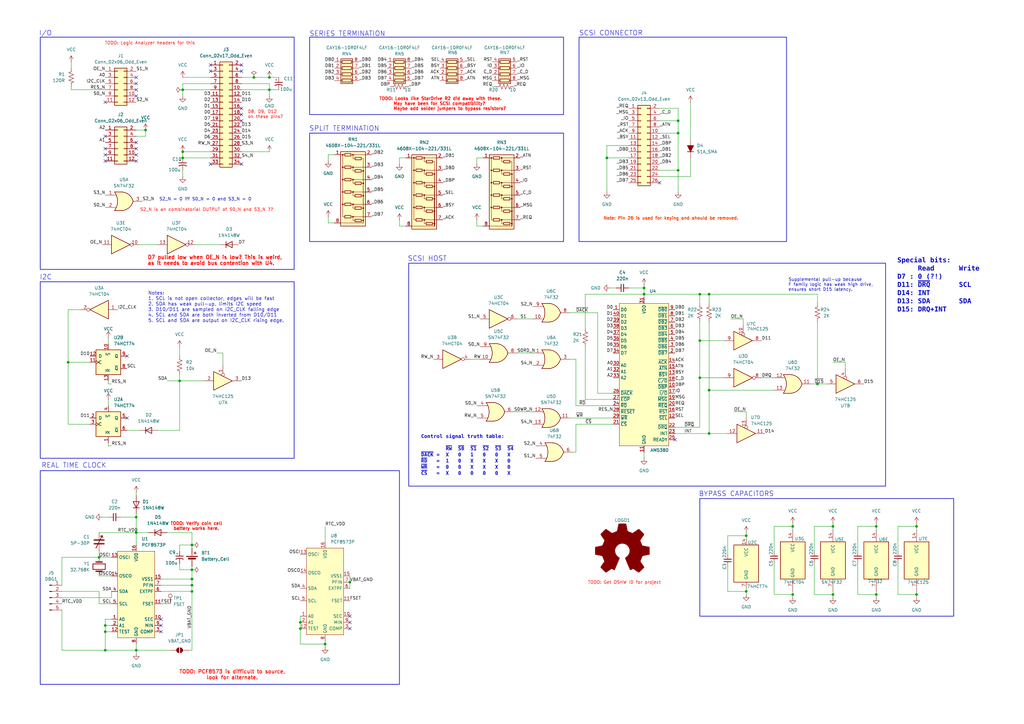
<source format=kicad_sch>
(kicad_sch (version 20231120) (generator "eeschema") (generator_version "8.0")
  (paper "A3")
  (title_block (title "StarDrive R2+") (date "2025-11-05") (rev "EV2") (comment 1 "Design Lead: Joe Burks") (comment 2 "Based on StarDrive R2 by Chris \"Crispy\" Brenner"))
  (junction (at 359.41 215.9))
  (junction (at 55.88 266.7))
  (junction (at 375.92 243.84))
  (junction (at 123.19 255.27))
  (junction (at 375.92 215.9))
  (junction (at 143.51 238.76))
  (junction (at 287.02 139.7))
  (junction (at 110.49 31.75))
  (junction (at 287.02 120.65))
  (junction (at 27.94 148.59))
  (junction (at 78.74 240.03))
  (junction (at 43.18 266.7))
  (junction (at 290.83 177.8))
  (junction (at 325.12 243.84))
  (junction (at 43.18 256.54))
  (junction (at 287.02 154.94))
  (junction (at 359.41 243.84))
  (junction (at 341.63 243.84))
  (junction (at 248.92 64.77))
  (junction (at 278.13 54.61))
  (junction (at 133.35 264.16))
  (junction (at 290.83 160.02))
  (junction (at 110.49 36.83))
  (junction (at 78.74 237.49))
  (junction (at 123.19 257.81))
  (junction (at 55.88 218.44))
  (junction (at 78.74 233.68))
  (junction (at 78.74 223.52))
  (junction (at 55.88 212.09))
  (junction (at 325.12 215.9))
  (junction (at 335.28 157.48))
  (junction (at 306.07 242.57))
  (junction (at 59.69 53.34))
  (junction (at 74.93 62.23))
  (junction (at 306.07 219.71))
  (junction (at 40.64 228.6))
  (junction (at 74.93 64.77))
  (junction (at 278.13 49.53))
  (junction (at 43.18 259.08))
  (junction (at 104.14 31.75))
  (junction (at 278.13 69.85))
  (junction (at 341.63 215.9))
  (junction (at 264.16 118.11))
  (junction (at 74.93 36.83))
  (junction (at 290.83 120.65))
  (junction (at 73.66 156.21))
  (junction (at 264.16 120.65))
  (junction (at 78.74 242.57))
  (no_connect (at 66.04 256.54))
  (no_connect (at 270.51 74.93))
  (no_connect (at 99.06 46.99))
  (no_connect (at 99.06 49.53))
  (no_connect (at 55.88 63.5))
  (no_connect (at 55.88 66.04))
  (no_connect (at 99.06 67.31))
  (no_connect (at 66.04 259.08))
  (no_connect (at 43.18 55.88))
  (no_connect (at 55.88 34.29))
  (no_connect (at 99.06 26.67))
  (no_connect (at 143.51 252.73))
  (no_connect (at 43.18 66.04))
  (no_connect (at 99.06 44.45))
  (no_connect (at 86.36 67.31))
  (no_connect (at 99.06 29.21))
  (no_connect (at 86.36 26.67))
  (no_connect (at 143.51 255.27))
  (no_connect (at 52.07 171.45))
  (no_connect (at 55.88 58.42))
  (no_connect (at 43.18 41.91))
  (no_connect (at 143.51 257.81))
  (no_connect (at 55.88 60.96))
  (no_connect (at 55.88 39.37))
  (no_connect (at 43.18 63.5))
  (no_connect (at 86.36 29.21))
  (no_connect (at 55.88 31.75))
  (no_connect (at 66.04 254))
  (no_connect (at 276.86 180.34))
  (no_connect (at 52.07 146.05))
  (no_connect (at 43.18 60.96))
  (no_connect (at 55.88 36.83))
  (wire (pts (xy 270.51 44.45) (xy 278.13 44.45)))
  (wire (pts (xy 257.81 59.69) (xy 248.92 59.69)))
  (wire (pts (xy 99.06 31.75) (xy 104.14 31.75)))
  (wire (pts (xy 290.83 124.46) (xy 290.83 120.65)))
  (wire (pts (xy 334.01 215.9) (xy 334.01 226.06)))
  (wire (pts (xy 55.88 55.88) (xy 59.69 55.88)))
  (wire (pts (xy 73.66 233.68) (xy 78.74 233.68)))
  (wire (pts (xy 251.46 163.83) (xy 240.03 163.83)))
  (wire (pts (xy 290.83 132.08) (xy 290.83 160.02)))
  (wire (pts (xy 375.92 215.9) (xy 368.3 215.9)))
  (wire (pts (xy 335.28 120.65) (xy 335.28 124.46)))
  (wire (pts (xy 236.22 185.42) (xy 234.95 185.42)))
  (wire (pts (xy 134.62 88.9) (xy 134.62 91.44)))
  (wire (pts (xy 332.74 157.48) (xy 335.28 157.48)))
  (wire (pts (xy 306.07 242.57) (xy 298.45 242.57)))
  (wire (pts (xy 264.16 185.42) (xy 264.16 187.96)))
  (wire (pts (xy 27.94 148.59) (xy 36.83 148.59)))
  (wire (pts (xy 325.12 214.63) (xy 325.12 215.9)))
  (wire (pts (xy 78.74 240.03) (xy 78.74 237.49)))
  (wire (pts (xy 44.45 156.21) (xy 44.45 157.48)))
  (wire (pts (xy 91.44 149.86) (xy 91.44 144.78)))
  (wire (pts (xy 212.09 144.78) (xy 218.44 144.78)))
  (wire (pts (xy 86.36 64.77) (xy 74.93 64.77)))
  (wire (pts (xy 110.49 36.83) (xy 114.3 36.83)))
  (wire (pts (xy 278.13 49.53) (xy 278.13 54.61)))
  (wire (pts (xy 66.04 242.57) (xy 78.74 242.57)))
  (wire (pts (xy 201.93 35.56) (xy 203.2 35.56)))
  (wire (pts (xy 133.35 264.16) (xy 133.35 265.43)))
  (wire (pts (xy 233.68 171.45) (xy 251.46 171.45)))
  (wire (pts (xy 123.19 255.27) (xy 123.19 257.81)))
  (wire (pts (xy 55.88 266.7) (xy 55.88 267.97)))
  (wire (pts (xy 110.49 36.83) (xy 110.49 39.37)))
  (wire (pts (xy 73.66 223.52) (xy 78.74 223.52)))
  (wire (pts (xy 40.64 247.65) (xy 45.72 247.65)))
  (wire (pts (xy 195.58 92.71) (xy 198.12 92.71)))
  (wire (pts (xy 375.92 215.9) (xy 375.92 217.17)))
  (wire (pts (xy 290.83 120.65) (xy 287.02 120.65)))
  (wire (pts (xy 73.66 226.06) (xy 73.66 223.52)))
  (wire (pts (xy 25.4 242.57) (xy 40.64 242.57)))
  (wire (pts (xy 341.63 148.59) (xy 346.71 148.59)))
  (wire (pts (xy 78.74 242.57) (xy 78.74 266.7)))
  (wire (pts (xy 359.41 214.63) (xy 359.41 215.9)))
  (wire (pts (xy 270.51 49.53) (xy 278.13 49.53)))
  (wire (pts (xy 99.06 34.29) (xy 110.49 34.29)))
  (wire (pts (xy 25.4 245.11) (xy 45.72 245.11)))
  (wire (pts (xy 55.88 218.44) (xy 55.88 223.52)))
  (wire (pts (xy 49.53 212.09) (xy 55.88 212.09)))
  (wire (pts (xy 290.83 160.02) (xy 290.83 177.8)))
  (wire (pts (xy 250.19 118.11) (xy 252.73 118.11)))
  (wire (pts (xy 40.64 236.22) (xy 45.72 236.22)))
  (wire (pts (xy 66.04 247.65) (xy 69.85 247.65)))
  (wire (pts (xy 68.58 218.44) (xy 78.74 218.44)))
  (wire (pts (xy 134.62 91.44) (xy 137.16 91.44)))
  (wire (pts (xy 368.3 231.14) (xy 368.3 243.84)))
  (wire (pts (xy 210.82 168.91) (xy 218.44 168.91)))
  (wire (pts (xy 74.93 62.23) (xy 86.36 62.23)))
  (wire (pts (xy 325.12 215.9) (xy 325.12 217.17)))
  (wire (pts (xy 375.92 214.63) (xy 375.92 215.9)))
  (wire (pts (xy 123.19 264.16) (xy 133.35 264.16)))
  (wire (pts (xy 298.45 219.71) (xy 306.07 219.71)))
  (wire (pts (xy 341.63 243.84) (xy 334.01 243.84)))
  (wire (pts (xy 78.74 224.79) (xy 78.74 223.52)))
  (wire (pts (xy 299.72 130.81) (xy 304.8 130.81)))
  (wire (pts (xy 25.4 250.19) (xy 25.4 266.7)))
  (wire (pts (xy 55.88 210.82) (xy 55.88 212.09)))
  (wire (pts (xy 74.93 31.75) (xy 86.36 31.75)))
  (wire (pts (xy 143.51 236.22) (xy 143.51 238.76)))
  (wire (pts (xy 123.19 252.73) (xy 123.19 255.27)))
  (wire (pts (xy 298.45 227.33) (xy 298.45 219.71)))
  (wire (pts (xy 43.18 266.7) (xy 43.18 259.08)))
  (wire (pts (xy 40.64 228.6) (xy 45.72 228.6)))
  (wire (pts (xy 74.93 34.29) (xy 74.93 36.83)))
  (wire (pts (xy 270.51 72.39) (xy 283.21 72.39)))
  (wire (pts (xy 110.49 31.75) (xy 114.3 31.75)))
  (wire (pts (xy 264.16 116.84) (xy 264.16 118.11)))
  (wire (pts (xy 287.02 120.65) (xy 264.16 120.65)))
  (wire (pts (xy 257.81 118.11) (xy 264.16 118.11)))
  (wire (pts (xy 351.79 215.9) (xy 351.79 226.06)))
  (wire (pts (xy 29.21 36.83) (xy 43.18 36.83)))
  (wire (pts (xy 335.28 157.48) (xy 339.09 157.48)))
  (wire (pts (xy 248.92 59.69) (xy 248.92 64.77)))
  (wire (pts (xy 359.41 243.84) (xy 359.41 245.11)))
  (wire (pts (xy 359.41 215.9) (xy 359.41 217.17)))
  (wire (pts (xy 278.13 54.61) (xy 278.13 69.85)))
  (wire (pts (xy 359.41 243.84) (xy 351.79 243.84)))
  (wire (pts (xy 40.64 226.06) (xy 40.64 228.6)))
  (wire (pts (xy 341.63 242.57) (xy 341.63 243.84)))
  (wire (pts (xy 64.77 176.53) (xy 73.66 176.53)))
  (wire (pts (xy 74.93 36.83) (xy 74.93 39.37)))
  (wire (pts (xy 248.92 64.77) (xy 248.92 78.74)))
  (wire (pts (xy 55.88 264.16) (xy 55.88 266.7)))
  (wire (pts (xy 351.79 231.14) (xy 351.79 243.84)))
  (wire (pts (xy 110.49 36.83) (xy 99.06 36.83)))
  (wire (pts (xy 66.04 240.03) (xy 78.74 240.03)))
  (wire (pts (xy 287.02 154.94) (xy 297.18 154.94)))
  (wire (pts (xy 248.92 64.77) (xy 257.81 64.77)))
  (wire (pts (xy 133.35 262.89) (xy 133.35 264.16)))
  (wire (pts (xy 59.69 55.88) (xy 59.69 53.34)))
  (wire (pts (xy 110.49 34.29) (xy 110.49 36.83)))
  (wire (pts (xy 306.07 219.71) (xy 306.07 220.98)))
  (wire (pts (xy 55.88 218.44) (xy 60.96 218.44)))
  (wire (pts (xy 304.8 133.35) (xy 304.8 130.81)))
  (wire (pts (xy 78.74 233.68) (xy 78.74 232.41)))
  (wire (pts (xy 29.21 36.83) (xy 29.21 35.56)))
  (wire (pts (xy 195.58 64.77) (xy 195.58 67.31)))
  (wire (pts (xy 245.11 128.27) (xy 233.68 128.27)))
  (wire (pts (xy 287.02 139.7) (xy 297.18 139.7)))
  (wire (pts (xy 45.72 245.11) (xy 45.72 242.57)))
  (wire (pts (xy 287.02 124.46) (xy 287.02 120.65)))
  (wire (pts (xy 73.66 142.24) (xy 73.66 146.05)))
  (wire (pts (xy 283.21 64.77) (xy 283.21 72.39)))
  (wire (pts (xy 240.03 134.62) (xy 240.03 120.65)))
  (wire (pts (xy 325.12 243.84) (xy 317.5 243.84)))
  (wire (pts (xy 240.03 142.24) (xy 240.03 163.83)))
  (wire (pts (xy 325.12 242.57) (xy 325.12 243.84)))
  (wire (pts (xy 57.15 100.33) (xy 64.77 100.33)))
  (wire (pts (xy 78.74 242.57) (xy 78.74 240.03)))
  (wire (pts (xy 306.07 218.44) (xy 306.07 219.71)))
  (wire (pts (xy 375.92 242.57) (xy 375.92 243.84)))
  (wire (pts (xy 99.06 62.23) (xy 110.49 62.23)))
  (wire (pts (xy 41.91 212.09) (xy 44.45 212.09)))
  (wire (pts (xy 73.66 156.21) (xy 83.82 156.21)))
  (wire (pts (xy 44.45 163.83) (xy 44.45 166.37)))
  (wire (pts (xy 298.45 242.57) (xy 298.45 232.41)))
  (wire (pts (xy 193.04 147.32) (xy 196.85 147.32)))
  (wire (pts (xy 276.86 177.8) (xy 290.83 177.8)))
  (wire (pts (xy 212.09 130.81) (xy 218.44 130.81)))
  (wire (pts (xy 312.42 154.94) (xy 317.5 154.94)))
  (wire (pts (xy 276.86 175.26) (xy 287.02 175.26)))
  (wire (pts (xy 198.12 64.77) (xy 195.58 64.77)))
  (wire (pts (xy 287.02 132.08) (xy 287.02 139.7)))
  (wire (pts (xy 341.63 243.84) (xy 341.63 245.11)))
  (wire (pts (xy 245.11 161.29) (xy 245.11 128.27)))
  (wire (pts (xy 163.83 92.71) (xy 166.37 92.71)))
  (wire (pts (xy 73.66 156.21) (xy 73.66 176.53)))
  (wire (pts (xy 78.74 223.52) (xy 78.74 218.44)))
  (wire (pts (xy 359.41 242.57) (xy 359.41 243.84)))
  (wire (pts (xy 74.93 36.83) (xy 86.36 36.83)))
  (wire (pts (xy 236.22 173.99) (xy 236.22 185.42)))
  (wire (pts (xy 88.9 144.78) (xy 91.44 144.78)))
  (wire (pts (xy 264.16 118.11) (xy 264.16 120.65)))
  (wire (pts (xy 300.99 168.91) (xy 306.07 168.91)))
  (wire (pts (xy 251.46 166.37) (xy 236.22 166.37)))
  (wire (pts (xy 25.4 266.7) (xy 43.18 266.7)))
  (wire (pts (xy 78.74 237.49) (xy 78.74 233.68)))
  (wire (pts (xy 290.83 120.65) (xy 335.28 120.65)))
  (wire (pts (xy 27.94 127) (xy 27.94 148.59)))
  (wire (pts (xy 335.28 132.08) (xy 335.28 157.48)))
  (wire (pts (xy 80.01 100.33) (xy 90.17 100.33)))
  (wire (pts (xy 368.3 215.9) (xy 368.3 226.06)))
  (wire (pts (xy 123.19 257.81) (xy 123.19 264.16)))
  (wire (pts (xy 359.41 215.9) (xy 351.79 215.9)))
  (wire (pts (xy 43.18 256.54) (xy 43.18 254)))
  (wire (pts (xy 68.58 156.21) (xy 73.66 156.21)))
  (wire (pts (xy 375.92 243.84) (xy 368.3 243.84)))
  (wire (pts (xy 55.88 266.7) (xy 43.18 266.7)))
  (wire (pts (xy 73.66 153.67) (xy 73.66 156.21)))
  (wire (pts (xy 278.13 69.85) (xy 278.13 78.74)))
  (wire (pts (xy 251.46 161.29) (xy 245.11 161.29)))
  (wire (pts (xy 55.88 212.09) (xy 55.88 218.44)))
  (wire (pts (xy 290.83 160.02) (xy 317.5 160.02)))
  (wire (pts (xy 44.45 138.43) (xy 44.45 140.97)))
  (wire (pts (xy 55.88 53.34) (xy 59.69 53.34)))
  (wire (pts (xy 44.45 157.48) (xy 45.72 157.48)))
  (wire (pts (xy 341.63 214.63) (xy 341.63 215.9)))
  (wire (pts (xy 55.88 266.7) (xy 69.85 266.7)))
  (wire (pts (xy 44.45 182.88) (xy 45.72 182.88)))
  (wire (pts (xy 325.12 215.9) (xy 317.5 215.9)))
  (wire (pts (xy 133.35 215.9) (xy 133.35 222.25)))
  (wire (pts (xy 40.64 218.44) (xy 55.88 218.44)))
  (wire (pts (xy 78.74 266.7) (xy 77.47 266.7)))
  (wire (pts (xy 287.02 154.94) (xy 287.02 175.26)))
  (wire (pts (xy 44.45 181.61) (xy 44.45 182.88)))
  (wire (pts (xy 317.5 231.14) (xy 317.5 243.84)))
  (wire (pts (xy 43.18 254) (xy 45.72 254)))
  (wire (pts (xy 104.14 31.75) (xy 110.49 31.75)))
  (wire (pts (xy 86.36 34.29) (xy 74.93 34.29)))
  (wire (pts (xy 341.63 215.9) (xy 341.63 217.17)))
  (wire (pts (xy 74.93 69.85) (xy 74.93 72.39)))
  (wire (pts (xy 40.64 242.57) (xy 40.64 247.65)))
  (wire (pts (xy 306.07 242.57) (xy 306.07 243.84)))
  (wire (pts (xy 346.71 151.13) (xy 346.71 148.59)))
  (wire (pts (xy 143.51 238.76) (xy 143.51 241.3)))
  (wire (pts (xy 236.22 147.32) (xy 233.68 147.32)))
  (wire (pts (xy 195.58 90.17) (xy 195.58 92.71)))
  (wire (pts (xy 33.02 127) (xy 27.94 127)))
  (wire (pts (xy 55.88 201.93) (xy 55.88 203.2)))
  (wire (pts (xy 43.18 259.08) (xy 45.72 259.08)))
  (wire (pts (xy 74.93 64.77) (xy 74.93 62.23)))
  (wire (pts (xy 134.62 63.5) (xy 134.62 66.04)))
  (wire (pts (xy 341.63 215.9) (xy 334.01 215.9)))
  (wire (pts (xy 73.66 231.14) (xy 73.66 233.68)))
  (wire (pts (xy 66.04 237.49) (xy 78.74 237.49)))
  (wire (pts (xy 43.18 259.08) (xy 43.18 256.54)))
  (wire (pts (xy 270.51 54.61) (xy 278.13 54.61)))
  (wire (pts (xy 264.16 120.65) (xy 264.16 121.92)))
  (wire (pts (xy 166.37 64.77) (xy 163.83 64.77)))
  (wire (pts (xy 306.07 241.3) (xy 306.07 242.57)))
  (wire (pts (xy 40.64 228.6) (xy 25.4 228.6)))
  (wire (pts (xy 236.22 166.37) (xy 236.22 147.32)))
  (wire (pts (xy 163.83 90.17) (xy 163.83 92.71)))
  (wire (pts (xy 29.21 25.4) (xy 29.21 27.94)))
  (wire (pts (xy 27.94 173.99) (xy 27.94 148.59)))
  (wire (pts (xy 137.16 63.5) (xy 134.62 63.5)))
  (wire (pts (xy 52.07 176.53) (xy 57.15 176.53)))
  (wire (pts (xy 270.51 69.85) (xy 278.13 69.85)))
  (wire (pts (xy 283.21 41.91) (xy 283.21 57.15)))
  (wire (pts (xy 325.12 243.84) (xy 325.12 245.11)))
  (wire (pts (xy 36.83 173.99) (xy 27.94 173.99)))
  (wire (pts (xy 163.83 64.77) (xy 163.83 67.31)))
  (wire (pts (xy 240.03 120.65) (xy 264.16 120.65)))
  (wire (pts (xy 278.13 44.45) (xy 278.13 49.53)))
  (wire (pts (xy 317.5 215.9) (xy 317.5 226.06)))
  (wire (pts (xy 290.83 177.8) (xy 298.45 177.8)))
  (wire (pts (xy 287.02 139.7) (xy 287.02 154.94)))
  (wire (pts (xy 43.18 256.54) (xy 45.72 256.54)))
  (wire (pts (xy 25.4 228.6) (xy 25.4 240.03)))
  (wire (pts (xy 334.01 231.14) (xy 334.01 243.84)))
  (wire (pts (xy 375.92 243.84) (xy 375.92 245.11)))
  (wire (pts (xy 306.07 171.45) (xy 306.07 168.91)))
  (wire (pts (xy 251.46 173.99) (xy 236.22 173.99)))
  (rectangle (start 127 54.61) (end 231.14 99.06) (stroke (width 0.25)))
  (rectangle (start 16.51 15.24) (end 120.65 110.49) (stroke (width 0.25)))
  (rectangle (start 287.02 204.47) (end 391.16 252.73) (stroke (width 0.25)))
  (rectangle (start 16.51 193.04) (end 163.83 280.67) (stroke (width 0.25)))
  (rectangle (start 237.49 15.24) (end 322.58 99.06) (stroke (width 0.25)))
  (rectangle (start 167.64 107.95) (end 363.22 199.39) (stroke (width 0.25)))
  (rectangle (start 16.51 115.57) (end 120.65 187.96) (stroke (width 0.25)))
  (rectangle (start 127 15.24) (end 231.14 46.99) (stroke (width 0.25)))
  (text "TODO: Verify coin cell\nbattery works here." (at 80.518 215.9 0) (effects (font (size 1.27 1.27) (thickness 0.254) (bold yes))))
  (text "I/O" (at 16.002 13.716 0) (effects (font (size 2 2)) (justify left)))
  (text "TODO: Get OSHW ID for project" (at 241.046 239.014 0) (effects (font (size 1.27 1.27)) (justify left)))
  (text "D7 pulled low when OE_N is low? This is weird,\nas it needs to avoid bus contention with U4." (at 60.452 106.934 0) (effects (font (size 1.5 1.5) (thickness 0.3) (bold yes)) (justify left)))
  (text "Special bits:\n     Read      Write\nD7 : 0 (?!)\nD11: ~{DRQ}       SCL\nD14: INT\nD13: SDA       SDA\nD15: DRQ+INT" (at 368.046 117.602 0) (effects (font (size 2 2) (thickness 0.4) (bold yes)) (justify left)))
  (text "BYPASS CAPACITORS" (at 302.006 202.692 0) (effects (font (size 2 2))))
  (text "S2_N = 0 iff S0_N = 0 and S3_N = 0" (at 65.278 81.788 0) (effects (font (size 1.27 1.27)) (justify left)))
  (text "REAL TIME CLOCK" (at 17.018 191.008 0) (effects (font (size 2 2)) (justify left)))
  (text "SCSI HOST" (at 175.26 106.172 0) (effects (font (size 2 2))))
  (text "TODO: Logic Analyzer headers for this" (at 42.926 17.78 0) (effects (font (size 1.27 1.27)) (justify left)))
  (text "Supplemental pull-up because\nF family logic has weak high drive,\nensures short D15 latency." (at 323.342 116.84 0) (effects (font (size 1.27 1.27)) (justify left)))
  (text "D8, D9, D12\non these pins?" (at 101.6 46.99 0) (effects (font (size 1.27 1.27)) (justify left)))
  (text "I2C" (at 16.256 113.792 0) (effects (font (size 2 2)) (justify left)))
  (text "TODO: PCF8573 is difficult to source,\nlook for alternate." (at 95.25 276.86 0) (effects (font (size 1.5 1.5) (thickness 0.254) (bold yes))))
  (text "Control signal truth table:\n\n        ~{RW}  ~{S0}  ~{S1}  ~{S2}  ~{S3}  ~{S4}\n~{DACK} =  X   0   1   0   0   X\n~{RD}   =  1   0   X   X   X   0\n~{WR}   =  0   0   X   X   X   0\n~{CS}   =  X   0   0   0   0   X" (at 172.72 187.198 0) (effects (font (size 1.5 1.5) (thickness 0.3) (bold yes)) (justify left)))
  (text "SCSI CONNECTOR" (at 237.49 13.716 0) (effects (font (size 2 2)) (justify left)))
  (text "SPLIT TERMINATION" (at 141.224 52.832 0) (effects (font (size 2 2))))
  (text "Note: Pin 26 is used for keying and should be removed." (at 247.396 89.662 0) (effects (font (size 1.27 1.27) (thickness 0.254) (bold yes)) (justify left)))
  (text "SERIES TERMINATION" (at 142.494 13.97 0) (effects (font (size 2 2))))
  (text "TODO: Looks like StarDrive R2 did away with these.\n      May have been for SCSI compatibility?\n      Maybe add solder jumpers to bypass resistors?" (at 155.448 42.672 0) (effects (font (size 1.27 1.27) (thickness 0.254) (bold yes)) (justify left)))
  (text "Notes:\n1. SCL is not open collector, edges will be fast\n2. SDA has weak pull-up, limits I2C speed\n3. D10/D11 are sampled on I2C_CLK falling edge\n4. SCL and SDA are both inverted from D10/D11\n5. SCL and SDA are output on I2C_CLK rising edge." (at 60.706 125.984 0) (effects (font (size 1.4 1.4)) (justify left)))
  (text "S2_N is an combinatorial OUTPUT of S0_N and S3_N ??" (at 57.404 86.106 0) (effects (font (size 1.27 1.27)) (justify left)))
  (label "D7" (at 97.79 100.33 0))
  (label "_RST" (at 257.81 52.07 180))
  (label "S2_N" (at 218.44 125.73 180))
  (label "S1_N" (at 219.71 187.96 180))
  (label "RST" (at 276.86 168.91 0))
  (label "_IO" (at 212.09 27.94 0))
  (label "A2" (at 43.18 53.34 180))
  (label "_RST" (at 213.36 69.85 0))
  (label "_DB6" (at 257.81 72.39 180))
  (label "D0" (at 251.46 127 180))
  (label "D14" (at 99.06 54.61 0))
  (label "SCL" (at 123.19 246.38 180))
  (label "_DB5" (at 168.91 27.94 0))
  (label "_MSG" (at 257.81 46.99 180))
  (label "_IO" (at 213.36 74.93 0))
  (label "OE_N" (at 300.99 168.91 0))
  (label "S1_N" (at 196.85 130.81 180))
  (label "_C_D" (at 212.09 30.48 0))
  (label "DB2" (at 276.86 132.08 0))
  (label "IO" (at 276.86 161.29 0))
  (label "_DB1" (at 181.61 64.77 0))
  (label "_BSY" (at 181.61 85.09 0))
  (label "_DB0" (at 181.61 69.85 0))
  (label "D10" (at 99.06 41.91 0))
  (label "RTC_VDD" (at 48.26 218.44 0))
  (label "S3_N" (at 43.18 80.01 180))
  (label "_REQ" (at 257.81 44.45 180))
  (label "D4" (at 86.36 54.61 180))
  (label "_DB1" (at 147.32 27.94 0))
  (label "~{CS}" (at 240.03 173.99 0))
  (label "SDA" (at 45.72 242.57 180))
  (label "_DB0" (at 147.32 25.4 0))
  (label "DB4" (at 158.75 25.4 180))
  (label "_DB2" (at 270.51 64.77 0))
  (label "OE_N" (at 41.91 100.33 180))
  (label "DB3" (at 137.16 33.02 180))
  (label "S3_N" (at 99.06 59.69 0))
  (label "_SEL" (at 181.61 80.01 0))
  (label "RTC_VDD" (at 133.35 215.9 0))
  (label "_DB5" (at 257.81 69.85 180))
  (label "I2C_CLK" (at 43.18 34.29 180))
  (label "DB4" (at 276.86 137.16 0))
  (label "D5" (at 251.46 139.7 180))
  (label "D5" (at 86.36 52.07 180))
  (label "S4_N" (at 99.06 64.77 0))
  (label "_RST" (at 212.09 25.4 0))
  (label "_DB3" (at 257.81 67.31 180))
  (label "FSET" (at 66.04 247.65 0))
  (label "_DB7" (at 257.81 74.93 180))
  (label "_C_D" (at 213.36 80.01 0))
  (label "_REQ" (at 213.36 90.17 0))
  (label "SEL" (at 180.34 25.4 180))
  (label "D15" (at 99.06 57.15 0))
  (label "_DB2" (at 147.32 30.48 0))
  (label "RW_N" (at 177.8 147.32 180))
  (label "D4" (at 251.46 137.16 180))
  (label "_DB2" (at 152.4 63.5 0))
  (label "I2C_CLK" (at 48.26 127 0))
  (label "DB7" (at 158.75 33.02 180))
  (label "D7" (at 251.46 144.78 180))
  (label "D7" (at 86.36 49.53 180))
  (label "RW" (at 194.31 147.32 0))
  (label "_DB7" (at 168.91 33.02 0))
  (label "S1" (at 213.36 130.81 0))
  (label "OSCO" (at 123.19 234.95 180))
  (label "ACK" (at 180.34 30.48 180))
  (label "_BSY" (at 257.81 57.15 180))
  (label "A0" (at 43.18 31.75 180))
  (label "A1" (at 43.18 58.42 180))
  (label "DB0" (at 276.86 127 0))
  (label "DB3" (at 276.86 134.62 0))
  (label "S0_N" (at 196.85 142.24 180))
  (label "D6" (at 251.46 142.24 180))
  (label "_ACK" (at 257.81 54.61 180))
  (label "ACK" (at 276.86 148.59 0))
  (label "_DBP" (at 167.64 35.56 0))
  (label "SEL" (at 276.86 171.45 0))
  (label "OE_N" (at 299.72 130.81 0))
  (label "OSCI" (at 40.64 228.6 0))
  (label "BSY" (at 276.86 153.67 0))
  (label "RES_N" (at 45.72 182.88 0))
  (label "OE_N" (at 43.18 29.21 180))
  (label "A1" (at 251.46 152.4 180))
  (label "REQ" (at 276.86 166.37 0))
  (label "S4_N" (at 218.44 149.86 180))
  (label "IO" (at 201.93 27.94 180))
  (label "ATN" (at 180.34 33.02 180))
  (label "DRQ" (at 312.42 154.94 0))
  (label "SDA" (at 68.58 156.21 180))
  (label "MSG" (at 276.86 163.83 0))
  (label "D3" (at 86.36 39.37 180))
  (label "D15" (at 354.33 157.48 0))
  (label "D11" (at 36.83 171.45 180))
  (label "D11" (at 99.06 39.37 0))
  (label "_DB4" (at 168.91 25.4 0))
  (label "A2" (at 251.46 154.94 180))
  (label "~{DACK}" (at 236.22 128.27 0))
  (label "_DB6" (at 152.4 83.82 0))
  (label "_ACK" (at 190.5 30.48 0))
  (label "~{WR}" (at 236.22 171.45 0))
  (label "D2" (at 251.46 132.08 180))
  (label "S0_N" (at 43.18 39.37 180) (effects (font (thickness 0.1588))))
  (label "OE_N" (at 88.9 144.78 180))
  (label "D1" (at 86.36 44.45 180))
  (label "_ATN" (at 213.36 64.77 0))
  (label "_BSY" (at 190.5 27.94 0))
  (label "D3" (at 251.46 134.62 180))
  (label "ATN" (at 276.86 151.13 0))
  (label "S4_N" (at 218.44 173.99 180))
  (label "RW_N" (at 195.58 171.45 180))
  (label "VBAT_GND" (at 143.51 238.76 0))
  (label "S0_N" (at 43.18 85.09 180))
  (label "_DB3" (at 152.4 68.58 0))
  (label "DB1" (at 276.86 129.54 0))
  (label "_C_D" (at 270.51 46.99 0))
  (label "OSCI" (at 123.19 227.33 180))
  (label "BSY" (at 180.34 27.94 180))
  (label "RES_N" (at 45.72 157.48 0))
  (label "S0WR_N" (at 210.82 168.91 0))
  (label "~{DRQ}" (at 280.67 175.26 0))
  (label "SCL" (at 45.72 247.65 180))
  (label "_DB4" (at 270.51 67.31 0))
  (label "S2_N" (at 219.71 182.88 180))
  (label "~{RD}" (at 237.49 166.37 0))
  (label "RST" (at 201.93 25.4 180))
  (label "RES_N" (at 43.18 36.83 180))
  (label "DB7" (at 276.86 144.78 0))
  (label "_DBP" (at 270.51 59.69 0))
  (label "_MSG" (at 213.36 85.09 0))
  (label "OSCO" (at 40.64 236.22 0))
  (label "DB5" (at 158.75 27.94 180))
  (label "MSG" (at 201.93 33.02 180))
  (label "S1_N" (at 55.88 29.21 0))
  (label "OE_N" (at 341.63 148.59 0))
  (label "S0_N" (at 195.58 166.37 180))
  (label "_DB3" (at 147.32 33.02 0))
  (label "SCL" (at 52.07 151.13 0))
  (label "~{D15}" (at 334.01 157.48 0))
  (label "DB1" (at 137.16 27.94 180))
  (label "D0" (at 86.36 46.99 180))
  (label "_MSG" (at 212.09 33.02 0))
  (label "S0RD_N" (at 212.09 144.78 0))
  (label "_ATN" (at 190.5 33.02 0))
  (label "VBAT_GND" (at 78.74 257.81 90))
  (label "D1" (at 251.46 129.54 180))
  (label "D11" (at 312.42 139.7 0))
  (label "D10" (at 36.83 146.05 180))
  (label "_DB0" (at 257.81 62.23 180))
  (label "RES_N" (at 251.46 168.91 180))
  (label "_DB6" (at 168.91 30.48 0))
  (label "INT" (at 280.67 177.8 0))
  (label "_ACK" (at 181.61 90.17 0))
  (label "C_D" (at 201.93 30.48 180))
  (label "D2" (at 86.36 41.91 180))
  (label "DB6" (at 158.75 30.48 180))
  (label "_IO" (at 257.81 49.53 180))
  (label "_DB7" (at 152.4 88.9 0))
  (label "_DB1" (at 270.51 62.23 0))
  (label "_SEL" (at 190.5 25.4 0))
  (label "S2_N" (at 58.42 82.55 0))
  (label "A0" (at 251.46 149.86 180))
  (label "D13" (at 99.06 156.21 0))
  (label "_DB4" (at 152.4 73.66 0))
  (label "_DBP" (at 181.61 74.93 0))
  (label "RW_N" (at 86.36 59.69 180))
  (label "C_D" (at 276.86 156.21 0))
  (label "D13" (at 99.06 52.07 0))
  (label "REQ" (at 201.93 35.56 180))
  (label "D14" (at 313.69 177.8 0))
  (label "_SEL" (at 270.51 57.15 0))
  (label "SDA" (at 123.19 241.3 180))
  (label "RTC_VDD" (at 25.4 247.65 0))
  (label "DB0" (at 137.16 25.4 180))
  (label "DB6" (at 276.86 142.24 0))
  (label "_DB5" (at 152.4 78.74 0))
  (label "DB5" (at 276.86 139.7 0))
  (label "_REQ" (at 210.82 35.56 0))
  (label "FSET" (at 143.51 246.38 0))
  (label "D6" (at 86.36 57.15 180))
  (label "DBP" (at 276.86 158.75 0))
  (label "DB2" (at 137.16 30.48 180))
  (label "S2_N" (at 55.88 41.91 0))
  (label "DBP" (at 160.02 35.56 180))
  (label "_ATN" (at 270.51 52.07 0))
  (symbol (lib_id "power:VCC") (at 325.12 214.63 0) (unit 1)
    (property "Reference" "#PWR029" (effects (hide yes)))
    (property "Value" "VCC" (at 325.12 209.55 0))
    (property "Description" "Power symbol creates a global label with name \"VCC\"" (effects (hide yes)))
  )
  (symbol (lib_id "power:PWR_FLAG") (at 74.93 36.83 90) (unit 1)
    (property "Reference" "#FLG04" (effects (hide yes)))
    (property "Value" "PWR_FLAG" (effects (hide yes)))
    (property "Description" "Special symbol for telling ERC where power comes from" (effects (hide yes)))
  )
  (symbol (lib_id "Device:R_Network_Dividers_x06_SIP") (at 205.74 80.01 90) (mirror x) (unit 1)
    (property "Reference" "RN3" (at 205.74 58.42 90))
    (property "Value" "4608X-104-221/331L" (at 205.74 60.96 90))
    (property "Footprint" "Resistor_THT:R_Array_SIP8" (effects (hide yes)))
    (property "Datasheet" "http://www.vishay.com/docs/31509/csc.pdf" (effects (hide yes)))
    (property "Description" "6 voltage divider network, dual terminator, SIP package" (effects (hide yes)))
  )
  (symbol (lib_id "power:VCC") (at 29.21 25.4 0) (unit 1)
    (property "Reference" "#PWR01" (effects (hide yes)))
    (property "Value" "VCC" (at 29.21 20.32 0))
    (property "Description" "Power symbol creates a global label with name \"VCC\"" (effects (hide yes)))
  )
  (symbol (lib_id "Device:C_Variable") (at 40.64 222.25 0) (unit 1)
    (property "Reference" "C1" (at 36.83 220.218 0) (effects (justify right)))
    (property "Value" "5P-30P" (at 36.83 222.758 0) (effects (justify right)))
    (property "Footprint" "Capacitor_SMD:C_Trimmer_Voltronics_JZ" (effects (hide yes)))
    (property "Description" "Variable capacitor" (effects (hide yes)))
    (property "Part" "JZ300" (effects (hide yes)))
  )
  (symbol (lib_id "power:PWR_FLAG") (at 104.14 31.75 0) (unit 1)
    (property "Reference" "#FLG01" (effects (hide yes)))
    (property "Value" "PWR_FLAG" (effects (hide yes)))
    (property "Description" "Special symbol for telling ERC where power comes from" (effects (hide yes)))
  )
  (symbol (lib_id "Device:C_Small") (at 368.3 228.6 0) (mirror x) (unit 1)
    (property "Reference" "C8" (at 367.03 232.41 90) (effects (justify right)))
    (property "Value" "220n" (at 367.03 227.584 90) (effects (justify right)))
    (property "Footprint" "Capacitor_SMD:C_0603_1608Metric" (effects (hide yes)))
    (property "Description" "Unpolarized capacitor, small symbol" (effects (hide yes)))
  )
  (symbol (lib_id "power:GND") (at 41.91 212.09 270) (unit 1)
    (property "Reference" "#PWR026" (effects (hide yes)))
    (property "Value" "GND" (at 36.83 212.09 90))
    (property "Description" "Power symbol creates a global label with name \"GND\" , ground" (effects (hide yes)))
  )
  (symbol (lib_id "power:PWR_FLAG") (at 78.74 233.68 270) (unit 1)
    (property "Reference" "#FLG03" (effects (hide yes)))
    (property "Value" "PWR_FLAG" (effects (hide yes)))
    (property "Description" "Special symbol for telling ERC where power comes from" (effects (hide yes)))
  )
  (symbol (lib_id "Device:R_US") (at 290.83 128.27 0) (mirror y) (unit 1)
    (property "Reference" "R23" (at 295.91 127 0) (effects (justify left)))
    (property "Value" "2K" (at 295.91 129.54 0) (effects (justify left)))
    (property "Footprint" "Resistor_SMD:R_0603_1608Metric" (effects (hide yes)))
    (property "Description" "Resistor, US symbol" (effects (hide yes)))
  )
  (symbol (lib_id "Device:R_US") (at 73.66 149.86 0) (unit 1)
    (property "Reference" "R2" (at 76.2 148.5899 0) (effects (justify left)))
    (property "Value" "10k" (at 76.2 151.1299 0) (effects (justify left)))
    (property "Footprint" "Resistor_SMD:R_0603_1608Metric" (effects (hide yes)))
    (property "Description" "Resistor, US symbol" (effects (hide yes)))
  )
  (symbol (lib_id "power:VCC") (at 110.49 31.75 0) (unit 1)
    (property "Reference" "#PWR05" (effects (hide yes)))
    (property "Value" "VCC" (at 110.49 26.67 0))
    (property "Description" "Power symbol creates a global label with name \"VCC\"" (effects (hide yes)))
  )
  (symbol (lib_id "power:GND") (at 250.19 118.11 270) (unit 1)
    (property "Reference" "#PWR027" (effects (hide yes)))
    (property "Value" "GND" (at 246.38 118.1099 90) (effects (justify right)))
    (property "Description" "Power symbol creates a global label with name \"GND\" , ground" (effects (hide yes)))
  )
  (symbol (lib_id "power:VCC") (at 55.88 201.93 0) (unit 1)
    (property "Reference" "#PWR012" (effects (hide yes)))
    (property "Value" "VCC" (at 55.88 196.85 0))
    (property "Description" "Power symbol creates a global label with name \"VCC\"" (effects (hide yes)))
  )
  (symbol (lib_id "74xx:74LS32") (at 359.41 229.87 0) (unit 5)
    (property "Reference" "U6" (at 360.426 221.234 0) (effects (justify left)))
    (property "Value" "74F32" (at 355.854 238.506 0) (effects (justify left)))
    (property "Footprint" "Package_SO:SOIC-14_3.9x8.7mm_P1.27mm" (effects (hide yes)))
    (property "Datasheet" "http://www.ti.com/lit/gpn/sn74LS32" (effects (hide yes)))
    (property "Description" "Quad 2-input OR" (effects (hide yes)))
  )
  (symbol (lib_id "power:VCC") (at 375.92 214.63 0) (unit 1)
    (property "Reference" "#PWR035" (effects (hide yes)))
    (property "Value" "VCC" (at 375.92 209.55 0))
    (property "Description" "Power symbol creates a global label with name \"VCC\"" (effects (hide yes)))
  )
  (symbol (lib_id "Connector_Generic:Conn_02x06_Odd_Even") (at 48.26 58.42 0) (unit 1)
    (property "Reference" "J2" (at 49.53 46.99 0))
    (property "Value" "Conn_02x06_Odd_Even" (at 49.53 49.53 0))
    (property "Footprint" "Connector_PinSocket_2.54mm:PinSocket_2x06_P2.54mm_Vertical" (effects (hide yes)))
    (property "Description" "Generic connector, double row, 02x06, odd/even pin numbering scheme (row 1 odd numbers, row 2 even numbers), script generated (kicad-library-utils/schlib/autogen/connector/)" (effects (hide yes)))
  )
  (symbol (lib_id "Device:C_Small") (at 334.01 228.6 0) (mirror x) (unit 1)
    (property "Reference" "C6" (at 332.74 232.41 90) (effects (justify right)))
    (property "Value" "220n" (at 332.74 227.584 90) (effects (justify right)))
    (property "Footprint" "Capacitor_SMD:C_0603_1608Metric" (effects (hide yes)))
    (property "Description" "Unpolarized capacitor, small symbol" (effects (hide yes)))
  )
  (symbol (lib_id "power:VCC") (at 74.93 62.23 0) (unit 1)
    (property "Reference" "#PWR07" (effects (hide yes)))
    (property "Value" "VCC" (at 74.93 57.15 0))
    (property "Description" "Power symbol creates a global label with name \"VCC\"" (effects (hide yes)))
  )
  (symbol (lib_id "Device:C_Small") (at 317.5 228.6 0) (mirror x) (unit 1)
    (property "Reference" "C5" (at 316.23 232.41 90) (effects (justify right)))
    (property "Value" "220n" (at 316.23 227.584 90) (effects (justify right)))
    (property "Footprint" "Capacitor_SMD:C_0603_1608Metric" (effects (hide yes)))
    (property "Description" "Unpolarized capacitor, small symbol" (effects (hide yes)))
  )
  (symbol (lib_id "power:GND") (at 195.58 67.31 0) (unit 1)
    (property "Reference" "#PWR020" (effects (hide yes)))
    (property "Value" "GND" (at 195.58 72.39 0))
    (property "Description" "Power symbol creates a global label with name \"GND\" , ground" (effects (hide yes)))
  )
  (symbol (lib_id "74xx:74LS32") (at 204.47 144.78 0) (unit 3)
    (property "Reference" "U5" (at 204.47 135.89 0))
    (property "Value" "SN74F32" (at 204.47 138.43 0))
    (property "Footprint" "Package_SO:SOIC-14_3.9x8.7mm_P1.27mm" (effects (hide yes)))
    (property "Datasheet" "http://www.ti.com/lit/gpn/sn74LS32" (effects (hide yes)))
    (property "Description" "Quad 2-input OR" (effects (hide yes)))
  )
  (symbol (lib_id "Device:R_US") (at 29.21 31.75 0) (mirror x) (unit 1)
    (property "Reference" "R1" (at 26.67 30.4799 0) (effects (justify right)))
    (property "Value" "120R" (at 26.67 33.0199 0) (effects (justify right)))
    (property "Footprint" "Resistor_SMD:R_0603_1608Metric" (effects (hide yes)))
    (property "Description" "Resistor, US symbol" (effects (hide yes)))
  )
  (symbol (lib_id "power:GND") (at 110.49 39.37 0) (mirror y) (unit 1)
    (property "Reference" "#PWR06" (effects (hide yes)))
    (property "Value" "GND" (at 110.49 43.434 0))
    (property "Description" "Power symbol creates a global label with name \"GND\" , ground" (effects (hide yes)))
  )
  (symbol (lib_id "power:GND") (at 74.93 72.39 0) (unit 1)
    (property "Reference" "#PWR037" (effects (hide yes)))
    (property "Value" "GND" (at 74.93 77.47 0))
    (property "Description" "Power symbol creates a global label with name \"GND\" , ground" (effects (hide yes)))
  )
  (symbol (lib_id "power:PWR_FLAG") (at 78.74 223.52 270) (unit 1)
    (property "Reference" "#FLG02" (effects (hide yes)))
    (property "Value" "PWR_FLAG" (effects (hide yes)))
    (property "Description" "Special symbol for telling ERC where power comes from" (effects (hide yes)))
  )
  (symbol (lib_id "power:VCC") (at 44.45 163.83 0) (unit 1)
    (property "Reference" "#PWR010" (effects (hide yes)))
    (property "Value" "VCC" (at 44.45 160.274 0))
    (property "Description" "Power symbol creates a global label with name \"VCC\"" (effects (hide yes)))
  )
  (symbol (lib_id "Device:R_Pack04") (at 163.83 30.48 270) (unit 1)
    (property "Reference" "RN5" (at 163.83 22.098 90))
    (property "Value" "CAY16-10R0F4LF" (at 163.83 19.558 90))
    (property "Footprint" "Resistor_SMD:R_Array_Convex_4x0603" (effects (hide yes)))
    (property "Description" "4 resistor network, parallel topology" (effects (hide yes)))
  )
  (symbol (lib_id "Device:D_Filled") (at 283.21 60.96 90) (unit 1)
    (property "Reference" "D4" (at 285.75 59.6899 90) (effects (justify right)))
    (property "Value" "S1A_SMA" (at 285.75 62.2299 90) (effects (justify right)))
    (property "Footprint" "Diode_SMD:D_SMA" (effects (hide yes)))
    (property "Description" "Diode, filled shape" (effects (hide yes)))
    (property "Sim.Device" "D" (effects (hide yes)))
    (property "Sim.Pins" "1=K 2=A" (effects (hide yes)))
  )
  (symbol (lib_id "power:GND") (at 341.63 245.11 0) (unit 1)
    (property "Reference" "#PWR032" (effects (hide yes)))
    (property "Value" "GND" (at 341.63 250.19 0))
    (property "Description" "Power symbol creates a global label with name \"GND\" , ground" (effects (hide yes)))
  )
  (symbol (lib_id "Connector_Generic:Conn_02x13_Odd_Even") (at 262.89 59.69 0) (unit 1)
    (property "Reference" "J4" (at 264.16 38.1 0))
    (property "Value" "Conn_02x13_Odd_Even" (at 264.16 40.64 0))
    (property "Footprint" "Connector_PinHeader_2.54mm:PinHeader_2x13_P2.54mm_Vertical" (effects (hide yes)))
    (property "Description" "Generic connector, double row, 02x13, odd/even pin numbering scheme (row 1 odd numbers, row 2 even numbers), script generated (kicad-library-utils/schlib/autogen/connector/)" (effects (hide yes)))
  )
  (symbol (lib_id "74xx:74HCT74") (at 44.45 173.99 0) (unit 1)
    (property "Reference" "U2" (at 46.6441 163.83 0) (effects (justify left)))
    (property "Value" "74HCT74" (at 46.6441 166.37 0) (effects (justify left)))
    (property "Footprint" "Package_SO:SO-14_3.9x8.65mm_P1.27mm" (effects (hide yes)))
    (property "Datasheet" "https://assets.nexperia.com/documents/data-sheet/74HC_HCT74.pdf" (effects (hide yes)))
    (property "Description" "Dual D Flip-flop, Set & Reset" (effects (hide yes)))
  )
  (symbol (lib_id "power:GND") (at 306.07 243.84 0) (unit 1)
    (property "Reference" "#PWR025" (effects (hide yes)))
    (property "Value" "GND" (at 306.07 248.92 0))
    (property "Description" "Power symbol creates a global label with name \"GND\" , ground" (effects (hide yes)))
  )
  (symbol (lib_id "Diode:1N4148W") (at 64.77 218.44 0) (unit 1)
    (property "Reference" "D5" (at 64.77 212.09 0))
    (property "Value" "1N4148W" (at 64.77 214.63 0))
    (property "Footprint" "Diode_SMD:D_SOD-123" (effects (hide yes)))
    (property "Datasheet" "https://www.vishay.com/docs/85748/1n4148w.pdf" (effects (hide yes)))
    (property "Description" "75V 0.15A Fast Switching Diode, SOD-123" (effects (hide yes)))
    (property "Sim.Device" "D" (effects (hide yes)))
    (property "Sim.Pins" "1=K 2=A" (effects (hide yes)))
  )
  (symbol (lib_id "Connector:Conn_01x05_Pin") (at 20.32 245.11 0) (unit 1)
    (property "Reference" "J5" (at 20.955 234.95 0))
    (property "Value" "DBG1" (at 20.955 237.49 0))
    (property "Footprint" "Connector_PinHeader_2.54mm:PinHeader_1x05_P2.54mm_Vertical" (effects (hide yes)))
    (property "Description" "Generic connector, single row, 01x05, script generated" (effects (hide yes)))
  )
  (symbol (lib_id "74xx:74HC04") (at 204.47 130.81 0) (unit 3)
    (property "Reference" "U3" (at 204.47 121.92 0))
    (property "Value" "74HCT04" (at 204.47 124.46 0))
    (property "Footprint" "Package_SO:SOIC-14_3.9x8.7mm_P1.27mm" (effects (hide yes)))
    (property "Datasheet" "https://assets.nexperia.com/documents/data-sheet/74HC_HCT04.pdf" (effects (hide yes)))
    (property "Description" "Hex Inverter" (effects (hide yes)))
  )
  (symbol (lib_id "Device:C_Small") (at 298.45 229.87 0) (mirror x) (unit 1)
    (property "Reference" "C3" (at 297.18 233.68 90) (effects (justify right)))
    (property "Value" "220n" (at 297.18 228.854 90) (effects (justify right)))
    (property "Footprint" "Capacitor_SMD:C_0603_1608Metric" (effects (hide yes)))
    (property "Description" "Unpolarized capacitor, small symbol" (effects (hide yes)))
  )
  (symbol (lib_id "StarDrive_R2_symsch:PCF8573P") (at 133.35 231.14 0) (unit 1)
    (property "Reference" "U8" (at 135.5441 219.71 0) (effects (justify left)))
    (property "Value" "PCF8573P" (at 135.5441 222.25 0) (effects (justify left)))
    (property "Footprint" "Package_SO:SOIC-16W_7.5x10.3mm_P1.27mm" (effects (hide yes)))
    (property "Description" "Real-time Clock" (effects (hide yes)))
  )
  (symbol (lib_id "Device:C_Polarized_Small_US") (at 74.93 67.31 0) (unit 1)
    (property "Reference" "C10" (at 70.612 65.278 0) (effects (justify left)))
    (property "Value" "100u" (at 69.088 69.596 0) (effects (justify left)))
    (property "Footprint" "Capacitor_Tantalum_SMD:CP_EIA-6032-15_Kemet-U" (effects (hide yes)))
    (property "Description" "Polarized capacitor, small US symbol" (effects (hide yes)))
  )
  (symbol (lib_id "74xx:74AHCT125") (at 91.44 156.21 0) (mirror x) (unit 1)
    (property "Reference" "U7" (at 91.44 165.1 0))
    (property "Value" "74HC125" (at 91.44 162.56 0))
    (property "Footprint" "Package_SO:SOIC-14_3.9x8.7mm_P1.27mm" (effects (hide yes)))
    (property "Datasheet" "https://www.ti.com/lit/ds/symlink/sn74ahct125.pdf" (effects (hide yes)))
    (property "Description" "Quadruple Bus Buffer Gates With 3-State Outputs" (effects (hide yes)))
  )
  (symbol (lib_id "Graphic:Logo_Open_Hardware_Large") (at 255.27 226.06 0) (unit 1) (exclude_from_sim yes) (in_bom no)
    (property "Reference" "LOGO1" (at 255.27 213.36 0))
    (property "Value" "Logo_Open_Hardware_Large" (effects (hide yes)))
    (property "Footprint" "Symbol:OSHW-Logo_11.4x12mm_SilkScreen" (effects (hide yes)))
    (property "Description" "Open Hardware logo, large" (effects (hide yes)))
  )
  (symbol (lib_id "Device:Battery_Cell") (at 78.74 229.87 0) (unit 1)
    (property "Reference" "BT1" (at 82.55 226.7584 0) (effects (justify left)))
    (property "Value" "Battery_Cell" (at 82.55 229.2984 0) (effects (justify left)))
    (property "Footprint" "ZZZ_ProjectLibrary:AliEx_BatClip" (effects (hide yes)))
    (property "Description" "Single-cell battery" (effects (hide yes)))
  )
  (symbol (lib_id "power:GND") (at 74.93 39.37 0) (unit 1)
    (property "Reference" "#PWR04" (effects (hide yes)))
    (property "Value" "GND" (at 74.93 44.45 0))
    (property "Description" "Power symbol creates a global label with name \"GND\" , ground" (effects (hide yes)))
  )
  (symbol (lib_id "power:GND") (at 359.41 245.11 0) (unit 1)
    (property "Reference" "#PWR034" (effects (hide yes)))
    (property "Value" "GND" (at 359.41 250.19 0))
    (property "Description" "Power symbol creates a global label with name \"GND\" , ground" (effects (hide yes)))
  )
  (symbol (lib_id "Device:R_US") (at 335.28 128.27 0) (mirror y) (unit 1)
    (property "Reference" "R24" (at 340.36 127 0) (effects (justify left)))
    (property "Value" "2K" (at 340.36 129.54 0) (effects (justify left)))
    (property "Footprint" "Resistor_SMD:R_0603_1608Metric" (effects (hide yes)))
    (property "Description" "Resistor, US symbol" (effects (hide yes)))
  )
  (symbol (lib_id "power:GND") (at 55.88 267.97 0) (unit 1)
    (property "Reference" "#PWR013" (effects (hide yes)))
    (property "Value" "GND" (at 55.88 273.05 0))
    (property "Description" "Power symbol creates a global label with name \"GND\" , ground" (effects (hide yes)))
  )
  (symbol (lib_id "74xx:74AHCT125") (at 346.71 157.48 0) (mirror x) (unit 2)
    (property "Reference" "U7" (at 346.71 166.37 0))
    (property "Value" "74HC125" (at 346.71 163.83 0))
    (property "Footprint" "Package_SO:SOIC-14_3.9x8.7mm_P1.27mm" (effects (hide yes)))
    (property "Datasheet" "https://www.ti.com/lit/ds/symlink/sn74ahct125.pdf" (effects (hide yes)))
    (property "Description" "Quadruple Bus Buffer Gates With 3-State Outputs" (effects (hide yes)))
  )
  (symbol (lib_id "Connector_Generic:Conn_02x17_Odd_Even") (at 91.44 46.99 0) (unit 1)
    (property "Reference" "J3" (at 92.71 20.32 0))
    (property "Value" "Conn_02x17_Odd_Even" (at 92.71 22.86 0))
    (property "Footprint" "Connector_PinSocket_2.54mm:PinSocket_2x17_P2.54mm_Vertical" (effects (hide yes)))
    (property "Description" "Generic connector, double row, 02x17, odd/even pin numbering scheme (row 1 odd numbers, row 2 even numbers), script generated (kicad-library-utils/schlib/autogen/connector/)" (effects (hide yes)))
  )
  (symbol (lib_id "Device:R_US") (at 207.01 35.56 90) (unit 1)
    (property "Reference" "R20" (at 200.406 36.83 90) (effects (justify right)))
    (property "Value" "10" (at 209.042 36.83 90) (effects (justify right)))
    (property "Footprint" "Resistor_SMD:R_0603_1608Metric" (effects (hide yes)))
    (property "Description" "Resistor, US symbol" (effects (hide yes)))
  )
  (symbol (lib_id "74xx:74LS32") (at 203.2 168.91 0) (unit 2)
    (property "Reference" "U5" (at 203.2 160.02 0))
    (property "Value" "SN74F32" (at 203.2 162.56 0))
    (property "Footprint" "Package_SO:SOIC-14_3.9x8.7mm_P1.27mm" (effects (hide yes)))
    (property "Datasheet" "http://www.ti.com/lit/gpn/sn74LS32" (effects (hide yes)))
    (property "Description" "Quad 2-input OR" (effects (hide yes)))
  )
  (symbol (lib_id "power:GND") (at 133.35 265.43 0) (unit 1)
    (property "Reference" "#PWR039" (effects (hide yes)))
    (property "Value" "GND" (at 133.35 270.51 0))
    (property "Description" "Power symbol creates a global label with name \"GND\" , ground" (effects (hide yes)))
  )
  (symbol (lib_id "Device:Crystal") (at 40.64 232.41 270) (mirror x) (unit 1)
    (property "Reference" "Y1" (at 36.83 231.14 90) (effects (justify right)))
    (property "Value" "32.768K" (at 36.83 233.68 90) (effects (justify right)))
    (property "Footprint" "Crystal:Crystal_SMD_3215-2Pin_3.2x1.5mm" (effects (hide yes)))
    (property "Description" "Two pin crystal" (effects (hide yes)))
    (property "Part" "CC7V-T1A-32.768kHz-12.5pF-20PPM-TC-QC" (effects (hide yes)))
  )
  (symbol (lib_id "power:GND") (at 134.62 66.04 0) (unit 1)
    (property "Reference" "#PWR017" (effects (hide yes)))
    (property "Value" "GND" (at 134.62 71.12 0))
    (property "Description" "Power symbol creates a global label with name \"GND\" , ground" (effects (hide yes)))
  )
  (symbol (lib_id "74xx:74LS32") (at 226.06 128.27 0) (unit 3)
    (property "Reference" "U6" (at 226.06 119.38 0))
    (property "Value" "74F32" (at 226.06 121.92 0))
    (property "Footprint" "Package_SO:SOIC-14_3.9x8.7mm_P1.27mm" (effects (hide yes)))
    (property "Datasheet" "http://www.ti.com/lit/gpn/sn74LS32" (effects (hide yes)))
    (property "Description" "Quad 2-input OR" (effects (hide yes)))
  )
  (symbol (lib_id "Device:C_Small") (at 351.79 228.6 0) (mirror x) (unit 1)
    (property "Reference" "C7" (at 350.52 232.41 90) (effects (justify right)))
    (property "Value" "220n" (at 350.52 227.584 90) (effects (justify right)))
    (property "Footprint" "Capacitor_SMD:C_0603_1608Metric" (effects (hide yes)))
    (property "Description" "Unpolarized capacitor, small symbol" (effects (hide yes)))
  )
  (symbol (lib_id "74xx:74LS32") (at 226.06 147.32 0) (unit 1)
    (property "Reference" "U6" (at 226.06 138.43 0))
    (property "Value" "74F32" (at 226.06 140.97 0))
    (property "Footprint" "Package_SO:SOIC-14_3.9x8.7mm_P1.27mm" (effects (hide yes)))
    (property "Datasheet" "http://www.ti.com/lit/gpn/sn74LS32" (effects (hide yes)))
    (property "Description" "Quad 2-input OR" (effects (hide yes)))
  )
  (symbol (lib_id "74xx:74AHCT125") (at 375.92 229.87 0) (unit 5)
    (property "Reference" "U7" (at 376.682 220.98 0) (effects (justify left)))
    (property "Value" "74HC125" (at 372.11 238.76 0) (effects (justify left)))
    (property "Footprint" "Package_SO:SOIC-14_3.9x8.7mm_P1.27mm" (effects (hide yes)))
    (property "Datasheet" "https://www.ti.com/lit/ds/symlink/sn74ahct125.pdf" (effects (hide yes)))
    (property "Description" "Quadruple Bus Buffer Gates With 3-State Outputs" (effects (hide yes)))
  )
  (symbol (lib_id "power:VCC") (at 195.58 90.17 0) (unit 1)
    (property "Reference" "#PWR021" (effects (hide yes)))
    (property "Value" "VCC" (at 195.58 85.09 0))
    (property "Description" "Power symbol creates a global label with name \"VCC\"" (effects (hide yes)))
  )
  (symbol (lib_id "74xx:74HCT74") (at 306.07 231.14 0) (unit 3)
    (property "Reference" "U2" (at 306.578 222.504 0) (effects (justify left)))
    (property "Value" "74HCT74" (at 306.324 240.538 0) (effects (justify left)))
    (property "Footprint" "Package_SO:SO-14_3.9x8.65mm_P1.27mm" (effects (hide yes)))
    (property "Datasheet" "https://assets.nexperia.com/documents/data-sheet/74HC_HCT74.pdf" (effects (hide yes)))
    (property "Description" "Dual D Flip-flop, Set & Reset" (effects (hide yes)))
  )
  (symbol (lib_id "power:VCC") (at 306.07 218.44 0) (unit 1)
    (property "Reference" "#PWR028" (effects (hide yes)))
    (property "Value" "VCC" (at 306.07 213.36 0))
    (property "Description" "Power symbol creates a global label with name \"VCC\"" (effects (hide yes)))
  )
  (symbol (lib_id "power:VCC") (at 359.41 214.63 0) (unit 1)
    (property "Reference" "#PWR033" (effects (hide yes)))
    (property "Value" "VCC" (at 359.41 209.55 0))
    (property "Description" "Power symbol creates a global label with name \"VCC\"" (effects (hide yes)))
  )
  (symbol (lib_id "power:VCC") (at 110.49 62.23 0) (unit 1)
    (property "Reference" "#PWR08" (effects (hide yes)))
    (property "Value" "VCC" (at 110.49 57.15 0))
    (property "Description" "Power symbol creates a global label with name \"VCC\"" (effects (hide yes)))
  )
  (symbol (lib_id "74xx:74LS32") (at 325.12 157.48 0) (unit 4)
    (property "Reference" "U6" (at 325.12 148.59 0))
    (property "Value" "74F32" (at 325.12 151.13 0))
    (property "Footprint" "Package_SO:SOIC-14_3.9x8.7mm_P1.27mm" (effects (hide yes)))
    (property "Datasheet" "http://www.ti.com/lit/gpn/sn74LS32" (effects (hide yes)))
    (property "Description" "Quad 2-input OR" (effects (hide yes)))
  )
  (symbol (lib_id "power:VCC") (at 163.83 90.17 0) (unit 1)
    (property "Reference" "#PWR019" (effects (hide yes)))
    (property "Value" "VCC" (at 163.83 85.09 0))
    (property "Description" "Power symbol creates a global label with name \"VCC\"" (effects (hide yes)))
  )
  (symbol (lib_id "power:GND") (at 248.92 78.74 0) (unit 1)
    (property "Reference" "#PWR022" (effects (hide yes)))
    (property "Value" "GND" (at 248.92 83.82 0))
    (property "Description" "Power symbol creates a global label with name \"GND\" , ground" (effects (hide yes)))
  )
  (symbol (lib_id "Jumper:SolderJumper_2_Open") (at 73.66 266.7 0) (unit 1) (exclude_from_sim yes) (in_bom no)
    (property "Reference" "JP1" (at 73.66 260.35 0))
    (property "Value" "VBAT_GND" (at 73.66 262.89 0))
    (property "Footprint" "Jumper:SolderJumper-2_P1.3mm_Open_Pad1.0x1.5mm" (effects (hide yes)))
    (property "Description" "Solder Jumper, 2-pole, open" (effects (hide yes)))
  )
  (symbol (lib_id "74xx:74HC04") (at 49.53 100.33 0) (unit 5)
    (property "Reference" "U3" (at 49.53 91.44 0))
    (property "Value" "74HCT04" (at 49.53 93.98 0))
    (property "Footprint" "Package_SO:SOIC-14_3.9x8.7mm_P1.27mm" (effects (hide yes)))
    (property "Datasheet" "https://assets.nexperia.com/documents/data-sheet/74HC_HCT04.pdf" (effects (hide yes)))
    (property "Description" "Hex Inverter" (effects (hide yes)))
  )
  (symbol (lib_id "Device:C_Polarized_Small_US") (at 114.3 34.29 0) (unit 1)
    (property "Reference" "C11" (at 116.332 32.258 0) (effects (justify left)))
    (property "Value" "100u" (at 114.808 36.576 0) (effects (justify left)))
    (property "Footprint" "Capacitor_Tantalum_SMD:CP_EIA-6032-15_Kemet-U" (effects (hide yes)))
    (property "Description" "Polarized capacitor, small US symbol" (effects (hide yes)))
  )
  (symbol (lib_id "Diode:1N4148W") (at 93.98 100.33 0) (unit 1)
    (property "Reference" "D3" (at 93.98 93.98 0))
    (property "Value" "1N4148W" (at 93.98 96.52 0))
    (property "Footprint" "Diode_SMD:D_SOD-323_HandSoldering" (effects (hide yes)))
    (property "Datasheet" "https://www.vishay.com/docs/85748/1n4148w.pdf" (effects (hide yes)))
    (property "Description" "75V 0.15A Fast Switching Diode, SOD-123" (effects (hide yes)))
    (property "Sim.Device" "D" (effects (hide yes)))
    (property "Sim.Pins" "1=K 2=A" (effects (hide yes)))
  )
  (symbol (lib_id "power:VCC") (at 44.45 138.43 0) (unit 1)
    (property "Reference" "#PWR09" (effects (hide yes)))
    (property "Value" "VCC" (at 44.45 134.874 0))
    (property "Description" "Power symbol creates a global label with name \"VCC\"" (effects (hide yes)))
  )
  (symbol (lib_id "74xx:74HC04") (at 185.42 147.32 0) (unit 2)
    (property "Reference" "U3" (at 185.42 138.43 0))
    (property "Value" "74HCT04" (at 185.42 140.97 0))
    (property "Footprint" "Package_SO:SOIC-14_3.9x8.7mm_P1.27mm" (effects (hide yes)))
    (property "Datasheet" "https://assets.nexperia.com/documents/data-sheet/74HC_HCT04.pdf" (effects (hide yes)))
    (property "Description" "Hex Inverter" (effects (hide yes)))
  )
  (symbol (lib_id "power:GND") (at 375.92 245.11 0) (unit 1)
    (property "Reference" "#PWR036" (effects (hide yes)))
    (property "Value" "GND" (at 375.92 250.19 0))
    (property "Description" "Power symbol creates a global label with name \"GND\" , ground" (effects (hide yes)))
  )
  (symbol (lib_id "74xx:74LS32") (at 227.33 185.42 0) (unit 2)
    (property "Reference" "U6" (at 227.33 176.53 0))
    (property "Value" "74F32" (at 227.33 179.07 0))
    (property "Footprint" "Package_SO:SOIC-14_3.9x8.7mm_P1.27mm" (effects (hide yes)))
    (property "Datasheet" "http://www.ti.com/lit/gpn/sn74LS32" (effects (hide yes)))
    (property "Description" "Quad 2-input OR" (effects (hide yes)))
  )
  (symbol (lib_id "Device:R_US") (at 240.03 138.43 0) (unit 1)
    (property "Reference" "R21" (at 234.95 137.16 0) (effects (justify left)))
    (property "Value" "2K" (at 234.95 139.7 0) (effects (justify left)))
    (property "Footprint" "Resistor_SMD:R_0603_1608Metric" (effects (hide yes)))
    (property "Description" "Resistor, US symbol" (effects (hide yes)))
  )
  (symbol (lib_id "74xx:74HC04") (at 304.8 154.94 0) (unit 4)
    (property "Reference" "U3" (at 304.8 146.05 0))
    (property "Value" "74HCT04" (at 304.8 148.59 0))
    (property "Footprint" "Package_SO:SOIC-14_3.9x8.7mm_P1.27mm" (effects (hide yes)))
    (property "Datasheet" "https://assets.nexperia.com/documents/data-sheet/74HC_HCT04.pdf" (effects (hide yes)))
    (property "Description" "Hex Inverter" (effects (hide yes)))
  )
  (symbol (lib_id "Connector:TestPoint") (at 69.85 247.65 0) (unit 1)
    (property "Reference" "TP1" (at 71.12 245.364 0) (effects (justify left)))
    (property "Value" "FSET" (at 71.12 247.904 0) (effects (justify left)))
    (property "Footprint" "TestPoint:TestPoint_Pad_D2.0mm" (effects (hide yes)))
    (property "Description" "test point" (effects (hide yes)))
  )
  (symbol (lib_id "74xx:74LS32") (at 341.63 229.87 0) (unit 5)
    (property "Reference" "U5" (at 342.392 221.234 0) (effects (justify left)))
    (property "Value" "SN74F32" (at 336.804 238.76 0) (effects (justify left)))
    (property "Footprint" "Package_SO:SOIC-14_3.9x8.7mm_P1.27mm" (effects (hide yes)))
    (property "Datasheet" "http://www.ti.com/lit/gpn/sn74LS32" (effects (hide yes)))
    (property "Description" "Quad 2-input OR" (effects (hide yes)))
  )
  (symbol (lib_id "power:GND") (at 264.16 187.96 0) (unit 1)
    (property "Reference" "#PWR015" (effects (hide yes)))
    (property "Value" "GND" (at 264.16 193.04 0))
    (property "Description" "Power symbol creates a global label with name \"GND\" , ground" (effects (hide yes)))
  )
  (symbol (lib_id "power:VCC") (at 74.93 31.75 0) (unit 1)
    (property "Reference" "#PWR03" (effects (hide yes)))
    (property "Value" "VCC" (at 74.93 26.67 0))
    (property "Description" "Power symbol creates a global label with name \"VCC\"" (effects (hide yes)))
  )
  (symbol (lib_id "Device:R_Network_Dividers_x06_SIP") (at 173.99 80.01 90) (mirror x) (unit 1)
    (property "Reference" "RN2" (at 173.99 58.42 90))
    (property "Value" "4608X-104-221/331L" (at 173.99 60.96 90))
    (property "Footprint" "Resistor_THT:R_Array_SIP8" (effects (hide yes)))
    (property "Datasheet" "http://www.vishay.com/docs/31509/csc.pdf" (effects (hide yes)))
    (property "Description" "6 voltage divider network, dual terminator, SIP package" (effects (hide yes)))
  )
  (symbol (lib_id "power:GND") (at 325.12 245.11 0) (unit 1)
    (property "Reference" "#PWR030" (effects (hide yes)))
    (property "Value" "GND" (at 325.12 250.19 0))
    (property "Description" "Power symbol creates a global label with name \"GND\" , ground" (effects (hide yes)))
  )
  (symbol (lib_id "74xx:74HC04") (at 72.39 100.33 0) (unit 6)
    (property "Reference" "U3" (at 72.39 91.44 0))
    (property "Value" "74HCT04" (at 72.39 93.98 0))
    (property "Footprint" "Package_SO:SOIC-14_3.9x8.7mm_P1.27mm" (effects (hide yes)))
    (property "Datasheet" "https://assets.nexperia.com/documents/data-sheet/74HC_HCT04.pdf" (effects (hide yes)))
    (property "Description" "Hex Inverter" (effects (hide yes)))
  )
  (symbol (lib_id "power:VCC") (at 341.63 214.63 0) (unit 1)
    (property "Reference" "#PWR031" (effects (hide yes)))
    (property "Value" "VCC" (at 341.63 209.55 0))
    (property "Description" "Power symbol creates a global label with name \"VCC\"" (effects (hide yes)))
  )
  (symbol (lib_id "74xx:74AHCT125") (at 304.8 139.7 0) (mirror x) (unit 3)
    (property "Reference" "U7" (at 306.07 132.842 0) (effects (justify left)))
    (property "Value" "74HC125" (at 306.324 134.874 0) (effects (justify left)))
    (property "Footprint" "Package_SO:SOIC-14_3.9x8.7mm_P1.27mm" (effects (hide yes)))
    (property "Datasheet" "https://www.ti.com/lit/ds/symlink/sn74ahct125.pdf" (effects (hide yes)))
    (property "Description" "Quadruple Bus Buffer Gates With 3-State Outputs" (effects (hide yes)))
  )
  (symbol (lib_id "power:VCC") (at 283.21 41.91 0) (unit 1)
    (property "Reference" "#PWR024" (effects (hide yes)))
    (property "Value" "VCC" (at 283.21 36.83 0))
    (property "Description" "Power symbol creates a global label with name \"VCC\"" (effects (hide yes)))
  )
  (symbol (lib_id "74xx:74HC04") (at 325.12 229.87 0) (unit 7)
    (property "Reference" "U3" (at 325.882 220.98 0) (effects (justify left)))
    (property "Value" "74HCT04" (at 321.31 238.76 0) (effects (justify left)))
    (property "Footprint" "Package_SO:SOIC-14_3.9x8.7mm_P1.27mm" (effects (hide yes)))
    (property "Datasheet" "https://assets.nexperia.com/documents/data-sheet/74HC_HCT04.pdf" (effects (hide yes)))
    (property "Description" "Hex Inverter" (effects (hide yes)))
  )
  (symbol (lib_id "power:VCC") (at 264.16 116.84 0) (unit 1)
    (property "Reference" "#PWR014" (effects (hide yes)))
    (property "Value" "VCC" (at 264.16 111.76 0))
    (property "Description" "Power symbol creates a global label with name \"VCC\"" (effects (hide yes)))
  )
  (symbol (lib_id "Device:C_Polarized_Small_US") (at 73.66 228.6 0) (unit 1)
    (property "Reference" "C9" (at 69.342 226.568 0) (effects (justify left)))
    (property "Value" "100u" (at 67.818 230.886 0) (effects (justify left)))
    (property "Footprint" "Capacitor_Tantalum_SMD:CP_EIA-6032-15_Kemet-U" (effects (hide yes)))
    (property "Description" "Polarized capacitor, small US symbol" (effects (hide yes)))
  )
  (symbol (lib_id "power:GND") (at 163.83 67.31 0) (unit 1)
    (property "Reference" "#PWR018" (effects (hide yes)))
    (property "Value" "GND" (at 163.83 72.39 0))
    (property "Description" "Power symbol creates a global label with name \"GND\" , ground" (effects (hide yes)))
  )
  (symbol (lib_id "Device:R_Pack04") (at 207.01 27.94 270) (mirror x) (unit 1)
    (property "Reference" "RN7" (at 207.01 21.59 90))
    (property "Value" "CAY16-10R0F4LF" (at 207.01 19.558 90))
    (property "Footprint" "Resistor_SMD:R_Array_Convex_4x0603" (effects (hide yes)))
    (property "Description" "4 resistor network, parallel topology" (effects (hide yes)))
  )
  (symbol (lib_id "74xx:74HC04") (at 40.64 127 0) (mirror y) (unit 1)
    (property "Reference" "U3" (at 40.64 118.11 0))
    (property "Value" "74HCT04" (at 40.64 120.65 0))
    (property "Footprint" "Package_SO:SOIC-14_3.9x8.7mm_P1.27mm" (effects (hide yes)))
    (property "Datasheet" "https://assets.nexperia.com/documents/data-sheet/74HC_HCT04.pdf" (effects (hide yes)))
    (property "Description" "Hex Inverter" (effects (hide yes)))
  )
  (symbol (lib_id "Device:R_Network_Dividers_x06_SIP") (at 144.78 78.74 90) (mirror x) (unit 1)
    (property "Reference" "RN1" (at 144.78 57.15 90))
    (property "Value" "4608X-104-221/331L" (at 144.78 59.69 90))
    (property "Footprint" "Resistor_THT:R_Array_SIP8" (effects (hide yes)))
    (property "Datasheet" "http://www.vishay.com/docs/31509/csc.pdf" (effects (hide yes)))
    (property "Description" "6 voltage divider network, dual terminator, SIP package" (effects (hide yes)))
  )
  (symbol (lib_id "Diode:1N4148W") (at 55.88 207.01 90) (unit 1)
    (property "Reference" "D1" (at 58.42 205.7399 90) (effects (justify right)))
    (property "Value" "1N4148W" (at 58.42 208.2799 90) (effects (justify right)))
    (property "Footprint" "Diode_SMD:D_SOD-123" (effects (hide yes)))
    (property "Datasheet" "https://www.vishay.com/docs/85748/1n4148w.pdf" (effects (hide yes)))
    (property "Description" "75V 0.15A Fast Switching Diode, SOD-123" (effects (hide yes)))
    (property "Sim.Device" "D" (effects (hide yes)))
    (property "Sim.Pins" "1=K 2=A" (effects (hide yes)))
  )
  (symbol (lib_id "power:GND") (at 278.13 78.74 0) (unit 1)
    (property "Reference" "#PWR023" (effects (hide yes)))
    (property "Value" "GND" (at 278.13 83.82 0))
    (property "Description" "Power symbol creates a global label with name \"GND\" , ground" (effects (hide yes)))
  )
  (symbol (lib_id "Device:R_US") (at 163.83 35.56 90) (unit 1)
    (property "Reference" "R11" (at 158.496 36.83 90) (effects (justify right)))
    (property "Value" "10" (at 165.862 36.83 90) (effects (justify right)))
    (property "Footprint" "Resistor_SMD:R_0603_1608Metric" (effects (hide yes)))
    (property "Description" "Resistor, US symbol" (effects (hide yes)))
  )
  (symbol (lib_id "74xx:74AHCT125") (at 306.07 177.8 0) (mirror x) (unit 4)
    (property "Reference" "U7" (at 307.848 171.196 0) (effects (justify left)))
    (property "Value" "74HC125" (at 307.848 173.736 0) (effects (justify left)))
    (property "Footprint" "Package_SO:SOIC-14_3.9x8.7mm_P1.27mm" (effects (hide yes)))
    (property "Datasheet" "https://www.ti.com/lit/ds/symlink/sn74ahct125.pdf" (effects (hide yes)))
    (property "Description" "Quadruple Bus Buffer Gates With 3-State Outputs" (effects (hide yes)))
  )
  (symbol (lib_id "Device:R_Pack04") (at 185.42 27.94 270) (mirror x) (unit 1)
    (property "Reference" "RN6" (at 185.674 21.59 90))
    (property "Value" "CAY16-10R0F4LF" (at 185.42 19.558 90))
    (property "Footprint" "Resistor_SMD:R_Array_Convex_4x0603" (effects (hide yes)))
    (property "Description" "4 resistor network, parallel topology" (effects (hide yes)))
  )
  (symbol (lib_id "Device:R_Pack04") (at 142.24 30.48 270) (unit 1)
    (property "Reference" "RN4" (at 142.24 22.098 90))
    (property "Value" "CAY16-10R0F4LF" (at 142.24 19.558 90))
    (property "Footprint" "Resistor_SMD:R_Array_Convex_4x0603" (effects (hide yes)))
    (property "Description" "4 resistor network, parallel topology" (effects (hide yes)))
  )
  (symbol (lib_id "74xx:74LS32") (at 50.8 82.55 0) (unit 1)
    (property "Reference" "U5" (at 50.8 73.66 0))
    (property "Value" "SN74F32" (at 50.8 76.2 0))
    (property "Footprint" "Package_SO:SOIC-14_3.9x8.7mm_P1.27mm" (effects (hide yes)))
    (property "Datasheet" "http://www.ti.com/lit/gpn/sn74LS32" (effects (hide yes)))
    (property "Description" "Quad 2-input OR" (effects (hide yes)))
  )
  (symbol (lib_id "power:VCC") (at 59.69 53.34 0) (unit 1)
    (property "Reference" "#PWR02" (effects (hide yes)))
    (property "Value" "VCC" (at 59.69 48.26 0))
    (property "Description" "Power symbol creates a global label with name \"VCC\"" (effects (hide yes)))
  )
  (symbol (lib_id "Device:C_Small") (at 46.99 212.09 90) (unit 1)
    (property "Reference" "C2" (at 46.9963 205.74 90))
    (property "Value" "220n" (at 46.9963 208.28 90))
    (property "Footprint" "Capacitor_SMD:C_0603_1608Metric" (effects (hide yes)))
    (property "Description" "Unpolarized capacitor, small symbol" (effects (hide yes)))
  )
  (symbol (lib_id "74xx:74LS32") (at 226.06 171.45 0) (unit 4)
    (property "Reference" "U5" (at 226.06 162.56 0))
    (property "Value" "SN74F32" (at 226.06 165.1 0))
    (property "Footprint" "Package_SO:SOIC-14_3.9x8.7mm_P1.27mm" (effects (hide yes)))
    (property "Datasheet" "http://www.ti.com/lit/gpn/sn74LS32" (effects (hide yes)))
    (property "Description" "Quad 2-input OR" (effects (hide yes)))
  )
  (symbol (lib_id "power:VCC") (at 134.62 88.9 0) (unit 1)
    (property "Reference" "#PWR016" (effects (hide yes)))
    (property "Value" "VCC" (at 134.62 83.82 0))
    (property "Description" "Power symbol creates a global label with name \"VCC\"" (effects (hide yes)))
  )
  (symbol (lib_id "Device:C_Small") (at 255.27 118.11 90) (unit 1)
    (property "Reference" "C4" (at 255.2763 111.76 90))
    (property "Value" "220n" (at 255.2763 114.3 90))
    (property "Footprint" "Capacitor_SMD:C_0603_1608Metric" (effects (hide yes)))
    (property "Description" "Unpolarized capacitor, small symbol" (effects (hide yes)))
  )
  (symbol (lib_id "Connector_Generic:Conn_02x06_Odd_Even") (at 48.26 34.29 0) (unit 1)
    (property "Reference" "J1" (at 49.53 22.86 0))
    (property "Value" "Conn_02x06_Odd_Even" (at 49.53 25.4 0))
    (property "Footprint" "Connector_PinSocket_2.54mm:PinSocket_2x06_P2.54mm_Vertical" (effects (hide yes)))
    (property "Description" "Generic connector, double row, 02x06, odd/even pin numbering scheme (row 1 odd numbers, row 2 even numbers), script generated (kicad-library-utils/schlib/autogen/connector/)" (effects (hide yes)))
  )
  (symbol (lib_id "power:VCC") (at 73.66 142.24 0) (unit 1)
    (property "Reference" "#PWR011" (effects (hide yes)))
    (property "Value" "VCC" (at 73.66 137.16 0))
    (property "Description" "Power symbol creates a global label with name \"VCC\"" (effects (hide yes)))
  )
  (symbol (lib_id "StarDrive_R2_symsch:AM5380") (at 264.16 144.78 0) (unit 1)
    (property "Reference" "U4" (at 266.3541 119.38 0) (effects (justify left)))
    (property "Value" "AM5380" (at 266.7 184.658 0) (effects (justify left)))
    (property "Footprint" "Package_DIP:DIP-40_W15.24mm" (effects (hide yes)))
    (property "Description" "SCSI Controller" (effects (hide yes)))
  )
  (symbol (lib_id "Diode:1N4148W") (at 60.96 176.53 0) (unit 1)
    (property "Reference" "D2" (at 60.96 170.18 0))
    (property "Value" "1N4148W" (at 60.96 172.72 0))
    (property "Footprint" "Diode_SMD:D_SOD-323_HandSoldering" (effects (hide yes)))
    (property "Datasheet" "https://www.vishay.com/docs/85748/1n4148w.pdf" (effects (hide yes)))
    (property "Description" "75V 0.15A Fast Switching Diode, SOD-123" (effects (hide yes)))
    (property "Sim.Device" "D" (effects (hide yes)))
    (property "Sim.Pins" "1=K 2=A" (effects (hide yes)))
  )
  (symbol (lib_id "74xx:74HCT74") (at 44.45 148.59 0) (unit 2)
    (property "Reference" "U2" (at 46.6441 138.43 0) (effects (justify left)))
    (property "Value" "74HCT74" (at 46.6441 140.97 0) (effects (justify left)))
    (property "Footprint" "Package_SO:SO-14_3.9x8.65mm_P1.27mm" (effects (hide yes)))
    (property "Datasheet" "https://assets.nexperia.com/documents/data-sheet/74HC_HCT74.pdf" (effects (hide yes)))
    (property "Description" "Dual D Flip-flop, Set & Reset" (effects (hide yes)))
  )
  (symbol (lib_id "Device:R_US") (at 287.02 128.27 0) (unit 1)
    (property "Reference" "R22" (at 281.94 127 0) (effects (justify left)))
    (property "Value" "2K" (at 281.94 129.54 0) (effects (justify left)))
    (property "Footprint" "Resistor_SMD:R_0603_1608Metric" (effects (hide yes)))
    (property "Description" "Resistor, US symbol" (effects (hide yes)))
  )
  (symbol (lib_id "StarDrive_R2_symsch:PCF8573P") (at 55.88 232.41 0) (unit 1)
    (property "Reference" "U1" (at 58.0741 220.98 0) (effects (justify left)))
    (property "Value" "PCF8573P" (at 58.0741 223.52 0) (effects (justify left)))
    (property "Footprint" "Package_DIP:DIP-16_W7.62mm" (effects (hide yes)))
    (property "Description" "Real-time Clock" (effects (hide yes)))
  )
)
</source>
